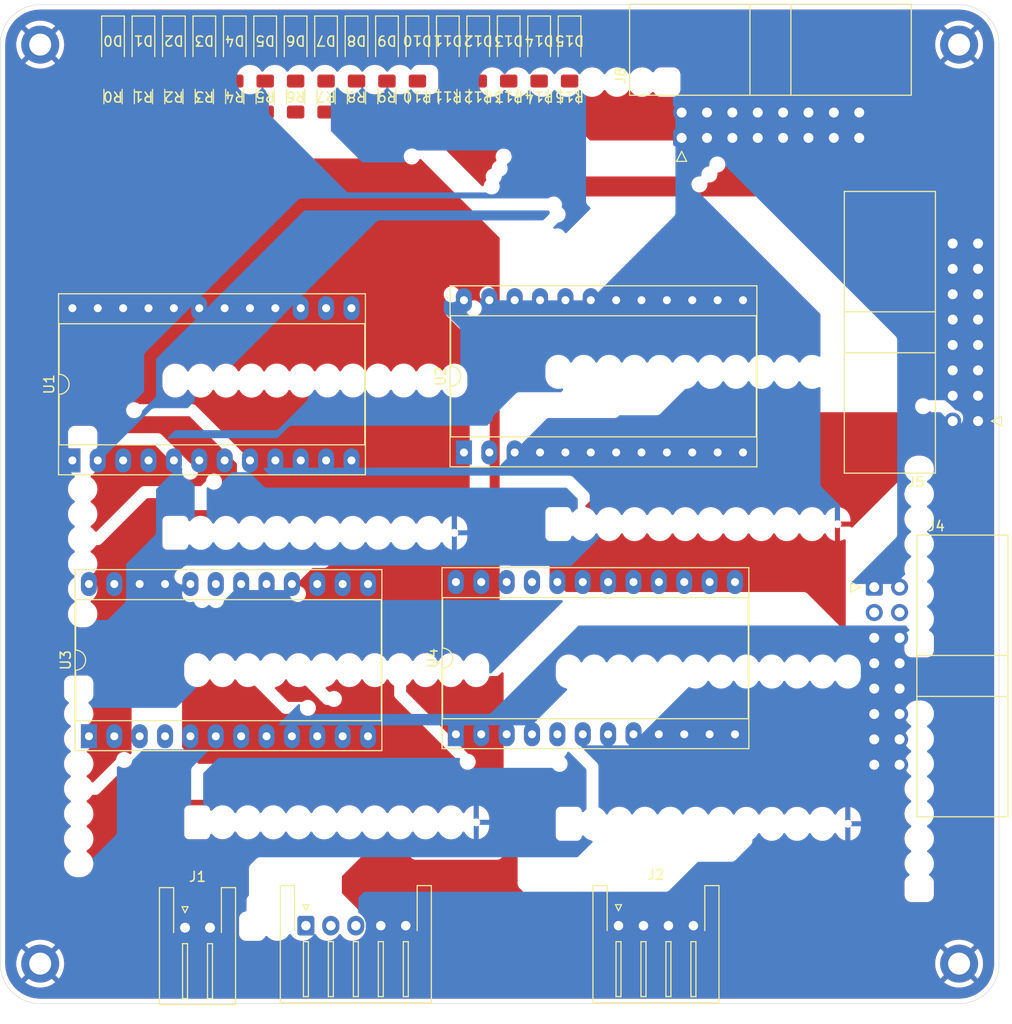
<source format=kicad_pcb>
(kicad_pcb (version 20240108) (generator "pcbnew") (generator_version "8.0")
  (layers (0 "F.Cu" signal) (31 "B.Cu" signal) (34 "B.Paste" user) (35 "F.Paste" user) (36 "B.SilkS" user "B.Silkscreen") (37 "F.SilkS" user "F.Silkscreen") (38 "B.Mask" user) (39 "F.Mask" user) (44 "Edge.Cuts" user))
  (net 0 "")
  (net 3 "Net-(D0-A)")
  (net 14 "Net-(D1-A)")
  (net 15 "GND")
  (net 16 "A_2")
  (net 17 "A_4")
  (net 18 "A_3")
  (net 19 "A_1")
  (net 20 "A_6")
  (net 21 "A_5")
  (net 22 "A_7")
  (net 23 "A_0")
  (net 24 "A_9")
  (net 25 "A_14")
  (net 26 "A_15")
  (net 27 "A_10")
  (net 28 "A_13")
  (net 29 "A_11")
  (net 30 "A_8")
  (net 31 "A_12")
  (net 32 "B_7")
  (net 33 "B_1")
  (net 34 "B_4")
  (net 35 "B_6")
  (net 36 "B_0")
  (net 37 "B_3")
  (net 38 "B_5")
  (net 39 "B_2")
  (net 40 "B_14")
  (net 41 "B_9")
  (net 42 "B_13")
  (net 43 "B_8")
  (net 44 "B_12")
  (net 45 "B_10")
  (net 46 "B_15")
  (net 47 "B_11")
  (net 48 "S_2")
  (net 49 "S_0")
  (net 50 "S_3")
  (net 51 "S_1")
  (net 52 "F_3")
  (net 53 "F_1")
  (net 54 "F_6")
  (net 55 "F_2")
  (net 56 "F_7")
  (net 57 "F_4")
  (net 58 "F_0")
  (net 59 "F_5")
  (net 60 "F_14")
  (net 61 "F_15")
  (net 62 "F_9")
  (net 63 "F_12")
  (net 64 "F_10")
  (net 65 "F_8")
  (net 66 "F_13")
  (net 67 "F_11")
  (net 72 "M_IN")
  (net 73 "Net-(U1-Cn+4)")
  (net 74 "C_1")
  (net 75 "Net-(U3-Cn+4)")
  (net 76 "VCC")
  (net 77 "Net-(D2-A)")
  (net 78 "Net-(D3-A)")
  (net 79 "Net-(D4-A)")
  (net 80 "Net-(D5-A)")
  (net 81 "Net-(D6-A)")
  (net 82 "Net-(D7-A)")
  (net 83 "Net-(D8-A)")
  (net 84 "Net-(D9-A)")
  (net 85 "Net-(D10-A)")
  (net 86 "Net-(D11-A)")
  (net 87 "Net-(D12-A)")
  (net 88 "Net-(D13-A)")
  (net 89 "Net-(D14-A)")
  (net 90 "Net-(D15-A)")
  (net 91 "~{C_{in}}")
  (net 92 "~{C_{out}}")
  (footprint "Resistor_SMD:R_1206_3216Metric_Pad1.30x1.75mm_HandSolder" (layer "F.Cu") (at 147.384666 59.2 90)
    (property "Reference" "R2" (at 0 0 180) (layer "F.SilkS"))
    (property "Value" "R_US")
    (pad "1" smd roundrect (at -1.55 0 90) (size 1.3 1.75) (layers "F.Cu" "F.Paste" "F.Mask") (roundrect_rratio 0.192308) (net 55 "F_2"))
    (pad "2" smd roundrect (at 1.55 0 90) (size 1.3 1.75) (layers "F.Cu" "F.Paste" "F.Mask") (roundrect_rratio 0.192308) (net 77 "Net-(D2-A)"))
  )
  (footprint "LED_SMD:LED_1206_3216Metric_Pad1.42x1.75mm_HandSolder" (layer "F.Cu") (at 141.29 53.6 -90)
    (property "Reference" "D0" (at 0 0 180) (layer "F.SilkS"))
    (property "Value" "LED")
    (pad "1" smd roundrect (at -1.4875 0 270) (size 1.425 1.75) (layers "F.Cu" "F.Paste" "F.Mask") (roundrect_rratio 0.175439) (net 15 "GND"))
    (pad "2" smd roundrect (at 1.4875 0 270) (size 1.425 1.75) (layers "F.Cu" "F.Paste" "F.Mask") (roundrect_rratio 0.175439) (net 3 "Net-(D0-A)"))
  )
  (footprint "Connector_JST:JST_XH_S2B-XH-A-1_1x02_P2.50mm_Horizontal" (layer "F.Cu") (at 148.5 142.4)
    (property "Reference" "J1" (at 1.25 -5.1 0) (layer "F.SilkS"))
    (property "Value" "Conn_01x02_Socket")
    (pad "1" thru_hole roundrect (at 0 0) (size 1.7 2) (drill 1) (layers "*.Cu" "*.Mask") (roundrect_rratio 0.147059) (net 76 "VCC"))
    (pad "2" thru_hole oval (at 2.5 0) (size 1.7 2) (drill 1) (layers "*.Cu" "*.Mask") (net 15 "GND"))
  )
  (footprint "LED_SMD:LED_1206_3216Metric_Pad1.42x1.75mm_HandSolder" (layer "F.Cu") (at 171.76333 53.6 -90)
    (property "Reference" "D10" (at 0 0 180) (layer "F.SilkS"))
    (property "Value" "LED")
    (pad "1" smd roundrect (at -1.4875 0 270) (size 1.425 1.75) (layers "F.Cu" "F.Paste" "F.Mask") (roundrect_rratio 0.175439) (net 15 "GND"))
    (pad "2" smd roundrect (at 1.4875 0 270) (size 1.425 1.75) (layers "F.Cu" "F.Paste" "F.Mask") (roundrect_rratio 0.175439) (net 85 "Net-(D10-A)"))
  )
  (footprint "Connector_JST:JST_XH_S5B-XH-A-1_1x05_P2.50mm_Horizontal" (layer "F.Cu") (at 160.6 142.2)
    (property "Reference" "J3" (hide yes))
    (property "Value" "Conn_01x05_Socket")
    (pad "1" thru_hole roundrect (at 0 0) (size 1.7 1.95) (drill 0.95) (layers "*.Cu" "*.Mask") (roundrect_rratio 0.147059) (net 50 "S_3"))
    (pad "2" thru_hole oval (at 2.5 0) (size 1.7 1.95) (drill 0.95) (layers "*.Cu" "*.Mask") (net 48 "S_2"))
    (pad "3" thru_hole oval (at 5 0) (size 1.7 1.95) (drill 0.95) (layers "*.Cu" "*.Mask") (net 51 "S_1"))
    (pad "4" thru_hole oval (at 7.5 0) (size 1.7 1.95) (drill 0.95) (layers "*.Cu" "*.Mask") (net 49 "S_0"))
    (pad "5" thru_hole oval (at 10 0) (size 1.7 1.95) (drill 0.95) (layers "*.Cu" "*.Mask") (net 72 "M_IN"))
  )
  (footprint "LED_SMD:LED_1206_3216Metric_Pad1.42x1.75mm_HandSolder" (layer "F.Cu") (at 183.952662 53.6 -90)
    (property "Reference" "D14" (at 0 0 180) (layer "F.SilkS"))
    (property "Value" "LED")
    (pad "1" smd roundrect (at -1.4875 0 270) (size 1.425 1.75) (layers "F.Cu" "F.Paste" "F.Mask") (roundrect_rratio 0.175439) (net 15 "GND"))
    (pad "2" smd roundrect (at 1.4875 0 270) (size 1.425 1.75) (layers "F.Cu" "F.Paste" "F.Mask") (roundrect_rratio 0.175439) (net 89 "Net-(D14-A)"))
  )
  (footprint "Resistor_SMD:R_1206_3216Metric_Pad1.30x1.75mm_HandSolder" (layer "F.Cu") (at 168.715997 59.2 90)
    (property "Reference" "R9" (at 0 0 180) (layer "F.SilkS"))
    (property "Value" "R_US")
    (pad "1" smd roundrect (at -1.55 0 90) (size 1.3 1.75) (layers "F.Cu" "F.Paste" "F.Mask") (roundrect_rratio 0.192308) (net 62 "F_9"))
    (pad "2" smd roundrect (at 1.55 0 90) (size 1.3 1.75) (layers "F.Cu" "F.Paste" "F.Mask") (roundrect_rratio 0.192308) (net 84 "Net-(D9-A)"))
  )
  (footprint "LED_SMD:LED_1206_3216Metric_Pad1.42x1.75mm_HandSolder" (layer "F.Cu") (at 162.621331 53.6 -90)
    (property "Reference" "D7" (at 0 0 180) (layer "F.SilkS"))
    (property "Value" "LED")
    (pad "1" smd roundrect (at -1.4875 0 270) (size 1.425 1.75) (layers "F.Cu" "F.Paste" "F.Mask") (roundrect_rratio 0.175439) (net 15 "GND"))
    (pad "2" smd roundrect (at 1.4875 0 270) (size 1.425 1.75) (layers "F.Cu" "F.Paste" "F.Mask") (roundrect_rratio 0.175439) (net 82 "Net-(D7-A)"))
  )
  (footprint "Package_DIP:DIP-24_W15.24mm_Socket_LongPads" (layer "F.Cu") (at 176.425 94.825 90)
    (property "Reference" "U2" (at 7.62 -2.33 90) (layer "F.SilkS"))
    (property "Value" "74LS181")
    (pad "1" thru_hole rect (at 0 0 90) (size 2.4 1.6) (drill 0.8) (layers "*.Cu" "*.Mask") (net 34 "B_4"))
    (pad "2" thru_hole oval (at 0 2.54 90) (size 2.4 1.6) (drill 0.8) (layers "*.Cu" "*.Mask") (net 17 "A_4"))
    (pad "3" thru_hole oval (at 0 5.08 90) (size 2.4 1.6) (drill 0.8) (layers "*.Cu" "*.Mask") (net 50 "S_3"))
    (pad "4" thru_hole oval (at 0 7.62 90) (size 2.4 1.6) (drill 0.8) (layers "*.Cu" "*.Mask") (net 48 "S_2"))
    (pad "5" thru_hole oval (at 0 10.16 90) (size 2.4 1.6) (drill 0.8) (layers "*.Cu" "*.Mask") (net 51 "S_1"))
    (pad "6" thru_hole oval (at 0 12.7 90) (size 2.4 1.6) (drill 0.8) (layers "*.Cu" "*.Mask") (net 49 "S_0"))
    (pad "7" thru_hole oval (at 0 15.24 90) (size 2.4 1.6) (drill 0.8) (layers "*.Cu" "*.Mask") (net 73 "Net-(U1-Cn+4)"))
    (pad "8" thru_hole oval (at 0 17.78 90) (size 2.4 1.6) (drill 0.8) (layers "*.Cu" "*.Mask") (net 72 "M_IN"))
    (pad "9" thru_hole oval (at 0 20.32 90) (size 2.4 1.6) (drill 0.8) (layers "*.Cu" "*.Mask") (net 57 "F_4"))
    (pad "10" thru_hole oval (at 0 22.86 90) (size 2.4 1.6) (drill 0.8) (layers "*.Cu" "*.Mask") (net 59 "F_5"))
    (pad "11" thru_hole oval (at 0 25.4 90) (size 2.4 1.6) (drill 0.8) (layers "*.Cu" "*.Mask") (net 54 "F_6"))
    (pad "12" thru_hole oval (at 0 27.94 90) (size 2.4 1.6) (drill 0.8) (layers "*.Cu" "*.Mask") (net 15 "GND"))
    (pad "13" thru_hole oval (at 15.24 27.94 90) (size 2.4 1.6) (drill 0.8) (layers "*.Cu" "*.Mask") (net 56 "F_7"))
    (pad "14" thru_hole oval (at 15.24 25.4 90) (size 2.4 1.6) (drill 0.8) (layers "*.Cu" "*.Mask"))
    (pad "15" thru_hole oval (at 15.24 22.86 90) (size 2.4 1.6) (drill 0.8) (layers "*.Cu" "*.Mask"))
    (pad "16" thru_hole oval (at 15.24 20.32 90) (size 2.4 1.6) (drill 0.8) (layers "*.Cu" "*.Mask") (net 74 "C_1"))
    (pad "17" thru_hole oval (at 15.24 17.78 90) (size 2.4 1.6) (drill 0.8) (layers "*.Cu" "*.Mask"))
    (pad "18" thru_hole oval (at 15.24 15.24 90) (size 2.4 1.6) (drill 0.8) (layers "*.Cu" "*.Mask") (net 32 "B_7"))
    (pad "19" thru_hole oval (at 15.24 12.7 90) (size 2.4 1.6) (drill 0.8) (layers "*.Cu" "*.Mask") (net 22 "A_7"))
    (pad "20" thru_hole oval (at 15.24 10.16 90) (size 2.4 1.6) (drill 0.8) (layers "*.Cu" "*.Mask") (net 35 "B_6"))
    (pad "21" thru_hole oval (at 15.24 7.62 90) (size 2.4 1.6) (drill 0.8) (layers "*.Cu" "*.Mask") (net 20 "A_6"))
    (pad "22" thru_hole oval (at 15.24 5.08 90) (size 2.4 1.6) (drill 0.8) (layers "*.Cu" "*.Mask") (net 38 "B_5"))
    (pad "23" thru_hole oval (at 15.24 2.54 90) (size 2.4 1.6) (drill 0.8) (layers "*.Cu" "*.Mask") (net 21 "A_5"))
    (pad "24" thru_hole oval (at 15.24 0 90) (size 2.4 1.6) (drill 0.8) (layers "*.Cu" "*.Mask") (net 76 "VCC"))
  )
  (footprint "Resistor_SMD:R_1206_3216Metric_Pad1.30x1.75mm_HandSolder" (layer "F.Cu") (at 162.621331 59.2 90)
    (property "Reference" "R7" (at 0 0 180) (layer "F.SilkS"))
    (property "Value" "R_US")
    (pad "1" smd roundrect (at -1.55 0 90) (size 1.3 1.75) (layers "F.Cu" "F.Paste" "F.Mask") (roundrect_rratio 0.192308) (net 56 "F_7"))
    (pad "2" smd roundrect (at 1.55 0 90) (size 1.3 1.75) (layers "F.Cu" "F.Paste" "F.Mask") (roundrect_rratio 0.192308) (net 82 "Net-(D7-A)"))
  )
  (footprint "Resistor_SMD:R_1206_3216Metric_Pad1.30x1.75mm_HandSolder" (layer "F.Cu") (at 150.431999 59.2 90)
    (property "Reference" "R3" (at 0 0 180) (layer "F.SilkS"))
    (property "Value" "R_US")
    (pad "1" smd roundrect (at -1.55 0 90) (size 1.3 1.75) (layers "F.Cu" "F.Paste" "F.Mask") (roundrect_rratio 0.192308) (net 52 "F_3"))
    (pad "2" smd roundrect (at 1.55 0 90) (size 1.3 1.75) (layers "F.Cu" "F.Paste" "F.Mask") (roundrect_rratio 0.192308) (net 78 "Net-(D3-A)"))
  )
  (footprint "LED_SMD:LED_1206_3216Metric_Pad1.42x1.75mm_HandSolder" (layer "F.Cu") (at 153.479332 53.6 -90)
    (property "Reference" "D4" (at 0 0 180) (layer "F.SilkS"))
    (property "Value" "LED")
    (pad "1" smd roundrect (at -1.4875 0 270) (size 1.425 1.75) (layers "F.Cu" "F.Paste" "F.Mask") (roundrect_rratio 0.175439) (net 15 "GND"))
    (pad "2" smd roundrect (at 1.4875 0 270) (size 1.425 1.75) (layers "F.Cu" "F.Paste" "F.Mask") (roundrect_rratio 0.175439) (net 79 "Net-(D4-A)"))
  )
  (footprint "Resistor_SMD:R_1206_3216Metric_Pad1.30x1.75mm_HandSolder" (layer "F.Cu") (at 183.952662 59.2 90)
    (property "Reference" "R14" (at 0 0 180) (layer "F.SilkS"))
    (property "Value" "R_US")
    (pad "1" smd roundrect (at -1.55 0 90) (size 1.3 1.75) (layers "F.Cu" "F.Paste" "F.Mask") (roundrect_rratio 0.192308) (net 60 "F_14"))
    (pad "2" smd roundrect (at 1.55 0 90) (size 1.3 1.75) (layers "F.Cu" "F.Paste" "F.Mask") (roundrect_rratio 0.192308) (net 89 "Net-(D14-A)"))
  )
  (footprint "LED_SMD:LED_1206_3216Metric_Pad1.42x1.75mm_HandSolder" (layer "F.Cu") (at 144.337333 53.6 -90)
    (property "Reference" "D1" (at 0 0 180) (layer "F.SilkS"))
    (property "Value" "LED")
    (pad "1" smd roundrect (at -1.4875 0 270) (size 1.425 1.75) (layers "F.Cu" "F.Paste" "F.Mask") (roundrect_rratio 0.175439) (net 15 "GND"))
    (pad "2" smd roundrect (at 1.4875 0 270) (size 1.425 1.75) (layers "F.Cu" "F.Paste" "F.Mask") (roundrect_rratio 0.175439) (net 14 "Net-(D1-A)"))
  )
  (footprint "LED_SMD:LED_1206_3216Metric_Pad1.42x1.75mm_HandSolder" (layer "F.Cu") (at 156.526665 53.6 -90)
    (property "Reference" "D5" (at 0 0 180) (layer "F.SilkS"))
    (property "Value" "LED")
    (pad "1" smd roundrect (at -1.4875 0 270) (size 1.425 1.75) (layers "F.Cu" "F.Paste" "F.Mask") (roundrect_rratio 0.175439) (net 15 "GND"))
    (pad "2" smd roundrect (at 1.4875 0 270) (size 1.425 1.75) (layers "F.Cu" "F.Paste" "F.Mask") (roundrect_rratio 0.175439) (net 80 "Net-(D5-A)"))
  )
  (footprint "LED_SMD:LED_1206_3216Metric_Pad1.42x1.75mm_HandSolder" (layer "F.Cu") (at 168.715997 53.6 -90)
    (property "Reference" "D9" (at 0 0 180) (layer "F.SilkS"))
    (property "Value" "LED")
    (pad "1" smd roundrect (at -1.4875 0 270) (size 1.425 1.75) (layers "F.Cu" "F.Paste" "F.Mask") (roundrect_rratio 0.175439) (net 15 "GND"))
    (pad "2" smd roundrect (at 1.4875 0 270) (size 1.425 1.75) (layers "F.Cu" "F.Paste" "F.Mask") (roundrect_rratio 0.175439) (net 84 "Net-(D9-A)"))
  )
  (footprint "LED_SMD:LED_1206_3216Metric_Pad1.42x1.75mm_HandSolder" (layer "F.Cu") (at 159.573998 53.6 -90)
    (property "Reference" "D6" (at 0 0 180) (layer "F.SilkS"))
    (property "Value" "LED")
    (pad "1" smd roundrect (at -1.4875 0 270) (size 1.425 1.75) (layers "F.Cu" "F.Paste" "F.Mask") (roundrect_rratio 0.175439) (net 15 "GND"))
    (pad "2" smd roundrect (at 1.4875 0 270) (size 1.425 1.75) (layers "F.Cu" "F.Paste" "F.Mask") (roundrect_rratio 0.175439) (net 81 "Net-(D6-A)"))
  )
  (footprint "Connector_IDC:IDC-Header_2x08_P2.54mm_Horizontal" (layer "F.Cu") (at 227.8975 91.69 180)
    (property "Reference" "J5" (at 6.215 -6.1 0) (layer "F.SilkS"))
    (property "Value" "Conn_01x16_Socket")
    (pad "1" thru_hole roundrect (at 0 0 180) (size 1.7 1.7) (drill 1) (layers "*.Cu" "*.Mask") (roundrect_rratio 0.147059) (net 36 "B_0"))
    (pad "2" thru_hole circle (at 2.54 0 180) (size 1.7 1.7) (drill 1) (layers "*.Cu" "*.Mask") (net 33 "B_1"))
    (pad "3" thru_hole circle (at 0 2.54 180) (size 1.7 1.7) (drill 1) (layers "*.Cu" "*.Mask") (net 39 "B_2"))
    (pad "4" thru_hole circle (at 2.54 2.54 180) (size 1.7 1.7) (drill 1) (layers "*.Cu" "*.Mask") (net 37 "B_3"))
    (pad "5" thru_hole circle (at 0 5.08 180) (size 1.7 1.7) (drill 1) (layers "*.Cu" "*.Mask") (net 34 "B_4"))
    (pad "6" thru_hole circle (at 2.54 5.08 180) (size 1.7 1.7) (drill 1) (layers "*.Cu" "*.Mask") (net 38 "B_5"))
    (pad "7" thru_hole circle (at 0 7.62 180) (size 1.7 1.7) (drill 1) (layers "*.Cu" "*.Mask") (net 35 "B_6"))
    (pad "8" thru_hole circle (at 2.54 7.62 180) (size 1.7 1.7) (drill 1) (layers "*.Cu" "*.Mask") (net 32 "B_7"))
    (pad "9" thru_hole circle (at 0 10.16 180) (size 1.7 1.7) (drill 1) (layers "*.Cu" "*.Mask") (net 43 "B_8"))
    (pad "10" thru_hole circle (at 2.54 10.16 180) (size 1.7 1.7) (drill 1) (layers "*.Cu" "*.Mask") (net 41 "B_9"))
    (pad "11" thru_hole circle (at 0 12.7 180) (size 1.7 1.7) (drill 1) (layers "*.Cu" "*.Mask") (net 45 "B_10"))
    (pad "12" thru_hole circle (at 2.54 12.7 180) (size 1.7 1.7) (drill 1) (layers "*.Cu" "*.Mask") (net 47 "B_11"))
    (pad "13" thru_hole circle (at 0 15.24 180) (size 1.7 1.7) (drill 1) (layers "*.Cu" "*.Mask") (net 44 "B_12"))
    (pad "14" thru_hole circle (at 2.54 15.24 180) (size 1.7 1.7) (drill 1) (layers "*.Cu" "*.Mask") (net 42 "B_13"))
    (pad "15" thru_hole circle (at 0 17.78 180) (size 1.7 1.7) (drill 1) (layers "*.Cu" "*.Mask") (net 40 "B_14"))
    (pad "16" thru_hole circle (at 2.54 17.78 180) (size 1.7 1.7) (drill 1) (layers "*.Cu" "*.Mask") (net 46 "B_15"))
  )
  (footprint "Resistor_SMD:R_1206_3216Metric_Pad1.30x1.75mm_HandSolder" (layer "F.Cu") (at 177.857996 59.2 90)
    (property "Reference" "R12" (at 0 0 180) (layer "F.SilkS"))
    (property "Value" "R_US")
    (pad "1" smd roundrect (at -1.55 0 90) (size 1.3 1.75) (layers "F.Cu" "F.Paste" "F.Mask") (roundrect_rratio 0.192308) (net 63 "F_12"))
    (pad "2" smd roundrect (at 1.55 0 90) (size 1.3 1.75) (layers "F.Cu" "F.Paste" "F.Mask") (roundrect_rratio 0.192308) (net 87 "Net-(D12-A)"))
  )
  (footprint "MountingHole:MountingHole_2.2mm_M2_DIN965_Pad" (layer "F.Cu") (at 134 54)
    (property "Reference" "H1" (hide yes))
    (property "Value" "MountingHole_Pad" (hide yes))
    (pad "1" thru_hole circle (at 0 0) (size 3.8 3.8) (drill 2.2) (layers "*.Cu" "*.Mask") (net 15 "GND"))
  )
  (footprint "Package_DIP:DIP-24_W15.24mm_Socket_LongPads" (layer "F.Cu") (at 137.225 95.625 90)
    (property "Reference" "U1" (at 7.62 -2.33 90) (layer "F.SilkS"))
    (property "Value" "74LS181")
    (pad "1" thru_hole rect (at 0 0 90) (size 2.4 1.6) (drill 0.8) (layers "*.Cu" "*.Mask") (net 36 "B_0"))
    (pad "2" thru_hole oval (at 0 2.54 90) (size 2.4 1.6) (drill 0.8) (layers "*.Cu" "*.Mask") (net 23 "A_0"))
    (pad "3" thru_hole oval (at 0 5.08 90) (size 2.4 1.6) (drill 0.8) (layers "*.Cu" "*.Mask") (net 50 "S_3"))
    (pad "4" thru_hole oval (at 0 7.62 90) (size 2.4 1.6) (drill 0.8) (layers "*.Cu" "*.Mask") (net 48 "S_2"))
    (pad "5" thru_hole oval (at 0 10.16 90) (size 2.4 1.6) (drill 0.8) (layers "*.Cu" "*.Mask") (net 51 "S_1"))
    (pad "6" thru_hole oval (at 0 12.7 90) (size 2.4 1.6) (drill 0.8) (layers "*.Cu" "*.Mask") (net 49 "S_0"))
    (pad "7" thru_hole oval (at 0 15.24 90) (size 2.4 1.6) (drill 0.8) (layers "*.Cu" "*.Mask") (net 91 "~{C_{in}}"))
    (pad "8" thru_hole oval (at 0 17.78 90) (size 2.4 1.6) (drill 0.8) (layers "*.Cu" "*.Mask") (net 72 "M_IN"))
    (pad "9" thru_hole oval (at 0 20.32 90) (size 2.4 1.6) (drill 0.8) (layers "*.Cu" "*.Mask") (net 58 "F_0"))
    (pad "10" thru_hole oval (at 0 22.86 90) (size 2.4 1.6) (drill 0.8) (layers "*.Cu" "*.Mask") (net 53 "F_1"))
    (pad "11" thru_hole oval (at 0 25.4 90) (size 2.4 1.6) (drill 0.8) (layers "*.Cu" "*.Mask") (net 55 "F_2"))
    (pad "12" thru_hole oval (at 0 27.94 90) (size 2.4 1.6) (drill 0.8) (layers "*.Cu" "*.Mask") (net 15 "GND"))
    (pad "13" thru_hole oval (at 15.24 27.94 90) (size 2.4 1.6) (drill 0.8) (layers "*.Cu" "*.Mask") (net 52 "F_3"))
    (pad "14" thru_hole oval (at 15.24 25.4 90) (size 2.4 1.6) (drill 0.8) (layers "*.Cu" "*.Mask"))
    (pad "15" thru_hole oval (at 15.24 22.86 90) (size 2.4 1.6) (drill 0.8) (layers "*.Cu" "*.Mask"))
    (pad "16" thru_hole oval (at 15.24 20.32 90) (size 2.4 1.6) (drill 0.8) (layers "*.Cu" "*.Mask") (net 73 "Net-(U1-Cn+4)"))
    (pad "17" thru_hole oval (at 15.24 17.78 90) (size 2.4 1.6) (drill 0.8) (layers "*.Cu" "*.Mask"))
    (pad "18" thru_hole oval (at 15.24 15.24 90) (size 2.4 1.6) (drill 0.8) (layers "*.Cu" "*.Mask") (net 37 "B_3"))
    (pad "19" thru_hole oval (at 15.24 12.7 90) (size 2.4 1.6) (drill 0.8) (layers "*.Cu" "*.Mask") (net 18 "A_3"))
    (pad "20" thru_hole oval (at 15.24 10.16 90) (size 2.4 1.6) (drill 0.8) (layers "*.Cu" "*.Mask") (net 39 "B_2"))
    (pad "21" thru_hole oval (at 15.24 7.62 90) (size 2.4 1.6) (drill 0.8) (layers "*.Cu" "*.Mask") (net 16 "A_2"))
    (pad "22" thru_hole oval (at 15.24 5.08 90) (size 2.4 1.6) (drill 0.8) (layers "*.Cu" "*.Mask") (net 33 "B_1"))
    (pad "23" thru_hole oval (at 15.24 2.54 90) (size 2.4 1.6) (drill 0.8) (layers "*.Cu" "*.Mask") (net 19 "A_1"))
    (pad "24" thru_hole oval (at 15.24 0 90) (size 2.4 1.6) (drill 0.8) (layers "*.Cu" "*.Mask") (net 76 "VCC"))
  )
  (footprint "Resistor_SMD:R_1206_3216Metric_Pad1.30x1.75mm_HandSolder" (layer "F.Cu") (at 141.29 59.2 90)
    (property "Reference" "R0" (at 0 0 180) (layer "F.SilkS"))
    (property "Value" "R_US")
    (pad "1" smd roundrect (at -1.55 0 90) (size 1.3 1.75) (layers "F.Cu" "F.Paste" "F.Mask") (roundrect_rratio 0.192308) (net 58 "F_0"))
    (pad "2" smd roundrect (at 1.55 0 90) (size 1.3 1.75) (layers "F.Cu" "F.Paste" "F.Mask") (roundrect_rratio 0.192308) (net 3 "Net-(D0-A)"))
  )
  (footprint "Resistor_SMD:R_1206_3216Metric_Pad1.30x1.75mm_HandSolder" (layer "F.Cu") (at 171.76333 59.2 90)
    (property "Reference" "R10" (at 0 0 180) (layer "F.SilkS"))
    (property "Value" "R_US")
    (pad "1" smd roundrect (at -1.55 0 90) (size 1.3 1.75) (layers "F.Cu" "F.Paste" "F.Mask") (roundrect_rratio 0.192308) (net 64 "F_10"))
    (pad "2" smd roundrect (at 1.55 0 90) (size 1.3 1.75) (layers "F.Cu" "F.Paste" "F.Mask") (roundrect_rratio 0.192308) (net 85 "Net-(D10-A)"))
  )
  (footprint "Connector_JST:JST_XH_S4B-XH-A-1_1x04_P2.50mm_Horizontal" (layer "F.Cu") (at 191.9 142.2)
    (property "Reference" "J2" (at 3.75 -5.1 0) (layer "F.SilkS"))
    (property "Value" "Conn_01x04_Socket")
    (pad "1" thru_hole roundrect (at 0 0) (size 1.7 1.95) (drill 0.95) (layers "*.Cu" "*.Mask") (roundrect_rratio 0.147059))
    (pad "2" thru_hole oval (at 2.5 0) (size 1.7 1.95) (drill 0.95) (layers "*.Cu" "*.Mask"))
    (pad "3" thru_hole oval (at 5 0) (size 1.7 1.95) (drill 0.95) (layers "*.Cu" "*.Mask"))
    (pad "4" thru_hole oval (at 7.5 0) (size 1.7 1.95) (drill 0.95) (layers "*.Cu" "*.Mask"))
  )
  (footprint "Resistor_SMD:R_1206_3216Metric_Pad1.30x1.75mm_HandSolder" (layer "F.Cu") (at 156.526665 59.2 90)
    (property "Reference" "R5" (at 0 0 180) (layer "F.SilkS"))
    (property "Value" "R_US")
    (pad "1" smd roundrect (at -1.55 0 90) (size 1.3 1.75) (layers "F.Cu" "F.Paste" "F.Mask") (roundrect_rratio 0.192308) (net 59 "F_5"))
    (pad "2" smd roundrect (at 1.55 0 90) (size 1.3 1.75) (layers "F.Cu" "F.Paste" "F.Mask") (roundrect_rratio 0.192308) (net 80 "Net-(D5-A)"))
  )
  (footprint "Connector_IDC:IDC-Header_2x08_P2.54mm_Horizontal" (layer "F.Cu") (at 198.22 63.34 90)
    (property "Reference" "J8" (at 6.215 -6.1 90) (layer "F.SilkS"))
    (property "Value" "Conn_01x16_Socket")
    (pad "1" thru_hole roundrect (at 0 0 90) (size 1.7 1.7) (drill 1) (layers "*.Cu" "*.Mask") (roundrect_rratio 0.147059) (net 58 "F_0"))
    (pad "2" thru_hole circle (at 2.54 0 90) (size 1.7 1.7) (drill 1) (layers "*.Cu" "*.Mask") (net 53 "F_1"))
    (pad "3" thru_hole circle (at 0 2.54 90) (size 1.7 1.7) (drill 1) (layers "*.Cu" "*.Mask") (net 55 "F_2"))
    (pad "4" thru_hole circle (at 2.54 2.54 90) (size 1.7 1.7) (drill 1) (layers "*.Cu" "*.Mask") (net 52 "F_3"))
    (pad "5" thru_hole circle (at 0 5.08 90) (size 1.7 1.7) (drill 1) (layers "*.Cu" "*.Mask") (net 57 "F_4"))
    (pad "6" thru_hole circle (at 2.54 5.08 90) (size 1.7 1.7) (drill 1) (layers "*.Cu" "*.Mask") (net 59 "F_5"))
    (pad "7" thru_hole circle (at 0 7.62 90) (size 1.7 1.7) (drill 1) (layers "*.Cu" "*.Mask") (net 54 "F_6"))
    (pad "8" thru_hole circle (at 2.54 7.62 90) (size 1.7 1.7) (drill 1) (layers "*.Cu" "*.Mask") (net 56 "F_7"))
    (pad "9" thru_hole circle (at 0 10.16 90) (size 1.7 1.7) (drill 1) (layers "*.Cu" "*.Mask") (net 65 "F_8"))
    (pad "10" thru_hole circle (at 2.54 10.16 90) (size 1.7 1.7) (drill 1) (layers "*.Cu" "*.Mask") (net 62 "F_9"))
    (pad "11" thru_hole circle (at 0 12.7 90) (size 1.7 1.7) (drill 1) (layers "*.Cu" "*.Mask") (net 64 "F_10"))
    (pad "12" thru_hole circle (at 2.54 12.7 90) (size 1.7 1.7) (drill 1) (layers "*.Cu" "*.Mask") (net 67 "F_11"))
    (pad "13" thru_hole circle (at 0 15.24 90) (size 1.7 1.7) (drill 1) (layers "*.Cu" "*.Mask") (net 63 "F_12"))
    (pad "14" thru_hole circle (at 2.54 15.24 90) (size 1.7 1.7) (drill 1) (layers "*.Cu" "*.Mask") (net 66 "F_13"))
    (pad "15" thru_hole circle (at 0 17.78 90) (size 1.7 1.7) (drill 1) (layers "*.Cu" "*.Mask") (net 60 "F_14"))
    (pad "16" thru_hole circle (at 2.54 17.78 90) (size 1.7 1.7) (drill 1) (layers "*.Cu" "*.Mask") (net 61 "F_15"))
  )
  (footprint "Package_DIP:DIP-24_W15.24mm_Socket_LongPads" (layer "F.Cu") (at 138.88 123.24 90)
    (property "Reference" "U3" (at 7.62 -2.33 90) (layer "F.SilkS"))
    (property "Value" "74LS181")
    (pad "1" thru_hole rect (at 0 0 90) (size 2.4 1.6) (drill 0.8) (layers "*.Cu" "*.Mask") (net 43 "B_8"))
    (pad "2" thru_hole oval (at 0 2.54 90) (size 2.4 1.6) (drill 0.8) (layers "*.Cu" "*.Mask") (net 30 "A_8"))
    (pad "3" thru_hole oval (at 0 5.08 90) (size 2.4 1.6) (drill 0.8) (layers "*.Cu" "*.Mask") (net 50 "S_3"))
    (pad "4" thru_hole oval (at 0 7.62 90) (size 2.4 1.6) (drill 0.8) (layers "*.Cu" "*.Mask") (net 48 "S_2"))
    (pad "5" thru_hole oval (at 0 10.16 90) (size 2.4 1.6) (drill 0.8) (layers "*.Cu" "*.Mask") (net 51 "S_1"))
    (pad "6" thru_hole oval (at 0 12.7 90) (size 2.4 1.6) (drill 0.8) (layers "*.Cu" "*.Mask") (net 49 "S_0"))
    (pad "7" thru_hole oval (at 0 15.24 90) (size 2.4 1.6) (drill 0.8) (layers "*.Cu" "*.Mask") (net 74 "C_1"))
    (pad "8" thru_hole oval (at 0 17.78 90) (size 2.4 1.6) (drill 0.8) (layers "*.Cu" "*.Mask") (net 72 "M_IN"))
    (pad "9" thru_hole oval (at 0 20.32 90) (size 2.4 1.6) (drill 0.8) (layers "*.Cu" "*.Mask") (net 65 "F_8"))
    (pad "10" thru_hole oval (at 0 22.86 90) (size 2.4 1.6) (drill 0.8) (layers "*.Cu" "*.Mask") (net 62 "F_9"))
    (pad "11" thru_hole oval (at 0 25.4 90) (size 2.4 1.6) (drill 0.8) (layers "*.Cu" "*.Mask") (net 64 "F_10"))
    (pad "12" thru_hole oval (at 0 27.94 90) (size 2.4 1.6) (drill 0.8) (layers "*.Cu" "*.Mask") (net 15 "GND"))
    (pad "13" thru_hole oval (at 15.24 27.94 90) (size 2.4 1.6) (drill 0.8) (layers "*.Cu" "*.Mask") (net 67 "F_11"))
    (pad "14" thru_hole oval (at 15.24 25.4 90) (size 2.4 1.6) (drill 0.8) (layers "*.Cu" "*.Mask"))
    (pad "15" thru_hole oval (at 15.24 22.86 90) (size 2.4 1.6) (drill 0.8) (layers "*.Cu" "*.Mask"))
    (pad "16" thru_hole oval (at 15.24 20.32 90) (size 2.4 1.6) (drill 0.8) (layers "*.Cu" "*.Mask") (net 75 "Net-(U3-Cn+4)"))
    (pad "17" thru_hole oval (at 15.24 17.78 90) (size 2.4 1.6) (drill 0.8) (layers "*.Cu" "*.Mask"))
    (pad "18" thru_hole oval (at 15.24 15.24 90) (size 2.4 1.6) (drill 0.8) (layers "*.Cu" "*.Mask") (net 47 "B_11"))
    (pad "19" thru_hole oval (at 15.24 12.7 90) (size 2.4 1.6) (drill 0.8) (layers "*.Cu" "*.Mask") (net 29 "A_11"))
    (pad "20" thru_hole oval (at 15.24 10.16 90) (size 2.4 1.6) (drill 0.8) (layers "*.Cu" "*.Mask") (net 45 "B_10"))
    (pad "21" thru_hole oval (at 15.24 7.62 90) (size 2.4 1.6) (drill 0.8) (layers "*.Cu" "*.Mask") (net 27 "A_10"))
    (pad "22" thru_hole oval (at 15.24 5.08 90) (size 2.4 1.6) (drill 0.8) (layers "*.Cu" "*.Mask") (net 41 "B_9"))
    (pad "23" thru_hole oval (at 15.24 2.54 90) (size 2.4 1.6) (drill 0.8) (layers "*.Cu" "*.Mask") (net 24 "A_9"))
    (pad "24" thru_hole oval (at 15.24 0 90) (size 2.4 1.6) (drill 0.8) (layers "*.Cu" "*.Mask") (net 76 "VCC"))
  )
  (footprint "Resistor_SMD:R_1206_3216Metric_Pad1.30x1.75mm_HandSolder" (layer "F.Cu") (at 187 59.2 90)
    (property "Reference" "R15" (at 0 0 180) (layer "F.SilkS"))
    (property "Value" "R_US")
    (pad "1" smd roundrect (at -1.55 0 90) (size 1.3 1.75) (layers "F.Cu" "F.Paste" "F.Mask") (roundrect_rratio 0.192308) (net 61 "F_15"))
    (pad "2" smd roundrect (at 1.55 0 90) (size 1.3 1.75) (layers "F.Cu" "F.Paste" "F.Mask") (roundrect_rratio 0.192308) (net 90 "Net-(D15-A)"))
  )
  (footprint "Resistor_SMD:R_1206_3216Metric_Pad1.30x1.75mm_HandSolder" (layer "F.Cu") (at 180.905329 59.2 90)
    (property "Reference" "R13" (at 0 0 180) (layer "F.SilkS"))
    (property "Value" "R_US")
    (pad "1" smd roundrect (at -1.55 0 90) (size 1.3 1.75) (layers "F.Cu" "F.Paste" "F.Mask") (roundrect_rratio 0.192308) (net 66 "F_13"))
    (pad "2" smd roundrect (at 1.55 0 90) (size 1.3 1.75) (layers "F.Cu" "F.Paste" "F.Mask") (roundrect_rratio 0.192308) (net 88 "Net-(D13-A)"))
  )
  (footprint "MountingHole:MountingHole_2.2mm_M2_DIN965_Pad" (layer "F.Cu") (at 226 146)
    (property "Reference" "H4" (hide yes))
    (property "Value" "MountingHole_Pad" (hide yes))
    (pad "1" thru_hole circle (at 0 0) (size 3.8 3.8) (drill 2.2) (layers "*.Cu" "*.Mask") (net 15 "GND"))
  )
  (footprint "Resistor_SMD:R_1206_3216Metric_Pad1.30x1.75mm_HandSolder" (layer "F.Cu") (at 165.668664 59.2 90)
    (property "Reference" "R8" (at 0 0 180) (layer "F.SilkS"))
    (property "Value" "R_US")
    (pad "1" smd roundrect (at -1.55 0 90) (size 1.3 1.75) (layers "F.Cu" "F.Paste" "F.Mask") (roundrect_rratio 0.192308) (net 65 "F_8"))
    (pad "2" smd roundrect (at 1.55 0 90) (size 1.3 1.75) (layers "F.Cu" "F.Paste" "F.Mask") (roundrect_rratio 0.192308) (net 83 "Net-(D8-A)"))
  )
  (footprint "MountingHole:MountingHole_2.2mm_M2_DIN965_Pad" (layer "F.Cu") (at 134 146)
    (property "Reference" "H3" (hide yes))
    (property "Value" "MountingHole_Pad" (hide yes))
    (pad "1" thru_hole circle (at 0 0) (size 3.8 3.8) (drill 2.2) (layers "*.Cu" "*.Mask") (net 15 "GND"))
  )
  (footprint "MountingHole:MountingHole_2.2mm_M2_DIN965_Pad" (layer "F.Cu") (at 226 54)
    (property "Reference" "H2" (hide yes))
    (property "Value" "MountingHole_Pad" (hide yes))
    (pad "1" thru_hole circle (at 0 0) (size 3.8 3.8) (drill 2.2) (layers "*.Cu" "*.Mask") (net 15 "GND"))
  )
  (footprint "LED_SMD:LED_1206_3216Metric_Pad1.42x1.75mm_HandSolder" (layer "F.Cu") (at 165.668664 53.6 -90)
    (property "Reference" "D8" (at 0 0 180) (layer "F.SilkS"))
    (property "Value" "LED")
    (pad "1" smd roundrect (at -1.4875 0 270) (size 1.425 1.75) (layers "F.Cu" "F.Paste" "F.Mask") (roundrect_rratio 0.175439) (net 15 "GND"))
    (pad "2" smd roundrect (at 1.4875 0 270) (size 1.425 1.75) (layers "F.Cu" "F.Paste" "F.Mask") (roundrect_rratio 0.175439) (net 83 "Net-(D8-A)"))
  )
  (footprint "Resistor_SMD:R_1206_3216Metric_Pad1.30x1.75mm_HandSolder" (layer "F.Cu") (at 144.337333 59.2 90)
    (property "Reference" "R1" (at 0 0 180) (layer "F.SilkS"))
    (property "Value" "R_US")
    (pad "1" smd roundrect (at -1.55 0 90) (size 1.3 1.75) (layers "F.Cu" "F.Paste" "F.Mask") (roundrect_rratio 0.192308) (net 53 "F_1"))
    (pad "2" smd roundrect (at 1.55 0 90) (size 1.3 1.75) (layers "F.Cu" "F.Paste" "F.Mask") (roundrect_rratio 0.192308) (net 14 "Net-(D1-A)"))
  )
  (footprint "Resistor_SMD:R_1206_3216Metric_Pad1.30x1.75mm_HandSolder" (layer "F.Cu") (at 159.573998 59.2 90)
    (property "Reference" "R6" (at 0 0 180) (layer "F.SilkS"))
    (property "Value" "R_US")
    (pad "1" smd roundrect (at -1.55 0 90) (size 1.3 1.75) (layers "F.Cu" "F.Paste" "F.Mask") (roundrect_rratio 0.192308) (net 54 "F_6"))
    (pad "2" smd roundrect (at 1.55 0 90) (size 1.3 1.75) (layers "F.Cu" "F.Paste" "F.Mask") (roundrect_rratio 0.192308) (net 81 "Net-(D6-A)"))
  )
  (footprint "Resistor_SMD:R_1206_3216Metric_Pad1.30x1.75mm_HandSolder" (layer "F.Cu") (at 174.810663 59.2 90)
    (property "Reference" "R11" (at 0 0 180) (layer "F.SilkS"))
    (property "Value" "R_US")
    (pad "1" smd roundrect (at -1.55 0 90) (size 1.3 1.75) (layers "F.Cu" "F.Paste" "F.Mask") (roundrect_rratio 0.192308) (net 67 "F_11"))
    (pad "2" smd roundrect (at 1.55 0 90) (size 1.3 1.75) (layers "F.Cu" "F.Paste" "F.Mask") (roundrect_rratio 0.192308) (net 86 "Net-(D11-A)"))
  )
  (footprint "LED_SMD:LED_1206_3216Metric_Pad1.42x1.75mm_HandSolder" (layer "F.Cu") (at 187 53.6 -90)
    (property "Reference" "D15" (at 0 0 180) (layer "F.SilkS"))
    (property "Value" "LED")
    (pad "1" smd roundrect (at -1.4875 0 270) (size 1.425 1.75) (layers "F.Cu" "F.Paste" "F.Mask") (roundrect_rratio 0.175439) (net 15 "GND"))
    (pad "2" smd roundrect (at 1.4875 0 270) (size 1.425 1.75) (layers "F.Cu" "F.Paste" "F.Mask") (roundrect_rratio 0.175439) (net 90 "Net-(D15-A)"))
  )
  (footprint "Connector_IDC:IDC-Header_2x08_P2.54mm_Horizontal" (layer "F.Cu") (at 217.5025 108.31)
    (property "Reference" "J4" (at 6.215 -6.1 0) (layer "F.SilkS"))
    (property "Value" "Conn_01x16_Socket")
    (pad "1" thru_hole roundrect (at 0 0) (size 1.7 1.7) (drill 1) (layers "*.Cu" "*.Mask") (roundrect_rratio 0.147059) (net 23 "A_0"))
    (pad "2" thru_hole circle (at 2.54 0) (size 1.7 1.7) (drill 1) (layers "*.Cu" "*.Mask") (net 19 "A_1"))
    (pad "3" thru_hole circle (at 0 2.54) (size 1.7 1.7) (drill 1) (layers "*.Cu" "*.Mask") (net 16 "A_2"))
    (pad "4" thru_hole circle (at 2.54 2.54) (size 1.7 1.7) (drill 1) (layers "*.Cu" "*.Mask") (net 18 "A_3"))
    (pad "5" thru_hole circle (at 0 5.08) (size 1.7 1.7) (drill 1) (layers "*.Cu" "*.Mask") (net 17 "A_4"))
    (pad "6" thru_hole circle (at 2.54 5.08) (size 1.7 1.7) (drill 1) (layers "*.Cu" "*.Mask") (net 21 "A_5"))
    (pad "7" thru_hole circle (at 0 7.62) (size 1.7 1.7) (drill 1) (layers "*.Cu" "*.Mask") (net 20 "A_6"))
    (pad "8" thru_hole circle (at 2.54 7.62) (size 1.7 1.7) (drill 1) (layers "*.Cu" "*.Mask") (net 22 "A_7"))
    (pad "9" thru_hole circle (at 0 10.16) (size 1.7 1.7) (drill 1) (layers "*.Cu" "*.Mask") (net 30 "A_8"))
    (pad "10" thru_hole circle (at 2.54 10.16) (size 1.7 1.7) (drill 1) (layers "*.Cu" "*.Mask") (net 24 "A_9"))
    (pad "11" thru_hole circle (at 0 12.7) (size 1.7 1.7) (drill 1) (layers "*.Cu" "*.Mask") (net 27 "A_10"))
    (pad "12" thru_hole circle (at 2.54 12.7) (size 1.7 1.7) (drill 1) (layers "*.Cu" "*.Mask") (net 29 "A_11"))
    (pad "13" thru_hole circle (at 0 15.24) (size 1.7 1.7) (drill 1) (layers "*.Cu" "*.Mask") (net 31 "A_12"))
    (pad "14" thru_hole circle (at 2.54 15.24) (size 1.7 1.7) (drill 1) (layers "*.Cu" "*.Mask") (net 28 "A_13"))
    (pad "15" thru_hole circle (at 0 17.78) (size 1.7 1.7) (drill 1) (layers "*.Cu" "*.Mask") (net 25 "A_14"))
    (pad "16" thru_hole circle (at 2.54 17.78) (size 1.7 1.7) (drill 1) (layers "*.Cu" "*.Mask") (net 26 "A_15"))
  )
  (footprint "LED_SMD:LED_1206_3216Metric_Pad1.42x1.75mm_HandSolder" (layer "F.Cu") (at 150.431999 53.6 -90)
    (property "Reference" "D3" (at 0 0 180) (layer "F.SilkS"))
    (property "Value" "LED")
    (pad "1" smd roundrect (at -1.4875 0 270) (size 1.425 1.75) (layers "F.Cu" "F.Paste" "F.Mask") (roundrect_rratio 0.175439) (net 15 "GND"))
    (pad "2" smd roundrect (at 1.4875 0 270) (size 1.425 1.75) (layers "F.Cu" "F.Paste" "F.Mask") (roundrect_rratio 0.175439) (net 78 "Net-(D3-A)"))
  )
  (footprint "LED_SMD:LED_1206_3216Metric_Pad1.42x1.75mm_HandSolder" (layer "F.Cu") (at 174.810663 53.6 -90)
    (property "Reference" "D11" (at 0 0 180) (layer "F.SilkS"))
    (property "Value" "LED")
    (pad "1" smd roundrect (at -1.4875 0 270) (size 1.425 1.75) (layers "F.Cu" "F.Paste" "F.Mask") (roundrect_rratio 0.175439) (net 15 "GND"))
    (pad "2" smd roundrect (at 1.4875 0 270) (size 1.425 1.75) (layers "F.Cu" "F.Paste" "F.Mask") (roundrect_rratio 0.175439) (net 86 "Net-(D11-A)"))
  )
  (footprint "LED_SMD:LED_1206_3216Metric_Pad1.42x1.75mm_HandSolder" (layer "F.Cu") (at 147.384666 53.6 -90)
    (property "Reference" "D2" (at 0 0 180) (layer "F.SilkS"))
    (property "Value" "LED")
    (pad "1" smd roundrect (at -1.4875 0 270) (size 1.425 1.75) (layers "F.Cu" "F.Paste" "F.Mask") (roundrect_rratio 0.175439) (net 15 "GND"))
    (pad "2" smd roundrect (at 1.4875 0 270) (size 1.425 1.75) (layers "F.Cu" "F.Paste" "F.Mask") (roundrect_rratio 0.175439) (net 77 "Net-(D2-A)"))
  )
  (footprint "Package_DIP:DIP-24_W15.24mm_Socket_LongPads" (layer "F.Cu") (at 175.62 123.04 90)
    (property "Reference" "U4" (at 7.62 -2.33 90) (layer "F.SilkS"))
    (property "Value" "74LS181")
    (pad "1" thru_hole rect (at 0 0 90) (size 2.4 1.6) (drill 0.8) (layers "*.Cu" "*.Mask") (net 44 "B_12"))
    (pad "2" thru_hole oval (at 0 2.54 90) (size 2.4 1.6) (drill 0.8) (layers "*.Cu" "*.Mask") (net 31 "A_12"))
    (pad "3" thru_hole oval (at 0 5.08 90) (size 2.4 1.6) (drill 0.8) (layers "*.Cu" "*.Mask") (net 50 "S_3"))
    (pad "4" thru_hole oval (at 0 7.62 90) (size 2.4 1.6) (drill 0.8) (layers "*.Cu" "*.Mask") (net 48 "S_2"))
    (pad "5" thru_hole oval (at 0 10.16 90) (size 2.4 1.6) (drill 0.8) (layers "*.Cu" "*.Mask") (net 51 "S_1"))
    (pad "6" thru_hole oval (at 0 12.7 90) (size 2.4 1.6) (drill 0.8) (layers "*.Cu" "*.Mask") (net 49 "S_0"))
    (pad "7" thru_hole oval (at 0 15.24 90) (size 2.4 1.6) (drill 0.8) (layers "*.Cu" "*.Mask") (net 75 "Net-(U3-Cn+4)"))
    (pad "8" thru_hole oval (at 0 17.78 90) (size 2.4 1.6) (drill 0.8) (layers "*.Cu" "*.Mask") (net 72 "M_IN"))
    (pad "9" thru_hole oval (at 0 20.32 90) (size 2.4 1.6) (drill 0.8) (layers "*.Cu" "*.Mask") (net 63 "F_12"))
    (pad "10" thru_hole oval (at 0 22.86 90) (size 2.4 1.6) (drill 0.8) (layers "*.Cu" "*.Mask") (net 66 "F_13"))
    (pad "11" thru_hole oval (at 0 25.4 90) (size 2.4 1.6) (drill 0.8) (layers "*.Cu" "*.Mask") (net 60 "F_14"))
    (pad "12" thru_hole oval (at 0 27.94 90) (size 2.4 1.6) (drill 0.8) (layers "*.Cu" "*.Mask") (net 15 "GND"))
    (pad "13" thru_hole oval (at 15.24 27.94 90) (size 2.4 1.6) (drill 0.8) (layers "*.Cu" "*.Mask") (net 61 "F_15"))
    (pad "14" thru_hole oval (at 15.24 25.4 90) (size 2.4 1.6) (drill 0.8) (layers "*.Cu" "*.Mask"))
    (pad "15" thru_hole oval (at 15.24 22.86 90) (size 2.4 1.6) (drill 0.8) (layers "*.Cu" "*.Mask"))
    (pad "16" thru_hole oval (at 15.24 20.32 90) (size 2.4 1.6) (drill 0.8) (layers "*.Cu" "*.Mask") (net 92 "~{C_{out}}"))
    (pad "17" thru_hole oval (at 15.24 17.78 90) (size 2.4 1.6) (drill 0.8) (layers "*.Cu" "*.Mask"))
    (pad "18" thru_hole oval (at 15.24 15.24 90) (size 2.4 1.6) (drill 0.8) (layers "*.Cu" "*.Mask") (net 46 "B_15"))
    (pad "19" thru_hole oval (at 15.24 12.7 90) (size 2.4 1.6) (drill 0.8) (layers "*.Cu" "*.Mask") (net 26 "A_15"))
    (pad "20" thru_hole oval (at 15.24 10.16 90) (size 2.4 1.6) (drill 0.8) (layers "*.Cu" "*.Mask") (net 40 "B_14"))
    (pad "21" thru_hole oval (at 15.24 7.62 90) (size 2.4 1.6) (drill 0.8) (layers "*.Cu" "*.Mask") (net 25 "A_14"))
    (pad "22" thru_hole oval (at 15.24 5.08 90) (size 2.4 1.6) (drill 0.8) (layers "*.Cu" "*.Mask") (net 42 "B_13"))
    (pad "23" thru_hole oval (at 15.24 2.54 90) (size 2.4 1.6) (drill 0.8) (layers "*.Cu" "*.Mask") (net 28 "A_13"))
    (pad "24" thru_hole oval (at 15.24 0 90) (size 2.4 1.6) (drill 0.8) (layers "*.Cu" "*.Mask") (net 76 "VCC"))
  )
  (footprint "LED_SMD:LED_1206_3216Metric_Pad1.42x1.75mm_HandSolder" (layer "F.Cu") (at 177.857996 53.6 -90)
    (property "Reference" "D12" (at 0 0 180) (layer "F.SilkS"))
    (property "Value" "LED")
    (pad "1" smd roundrect (at -1.4875 0 270) (size 1.425 1.75) (layers "F.Cu" "F.Paste" "F.Mask") (roundrect_rratio 0.175439) (net 15 "GND"))
    (pad "2" smd roundrect (at 1.4875 0 270) (size 1.425 1.75) (layers "F.Cu" "F.Paste" "F.Mask") (roundrect_rratio 0.175439) (net 87 "Net-(D12-A)"))
  )
  (footprint "Resistor_SMD:R_1206_3216Metric_Pad1.30x1.75mm_HandSolder" (layer "F.Cu") (at 153.479332 59.2 90)
    (property "Reference" "R4" (at 0 0 180) (layer "F.SilkS"))
    (property "Value" "R_US")
    (pad "1" smd roundrect (at -1.55 0 90) (size 1.3 1.75) (layers "F.Cu" "F.Paste" "F.Mask") (roundrect_rratio 0.192308) (net 57 "F_4"))
    (pad "2" smd roundrect (at 1.55 0 90) (size 1.3 1.75) (layers "F.Cu" "F.Paste" "F.Mask") (roundrect_rratio 0.192308) (net 79 "Net-(D4-A)"))
  )
  (footprint "LED_SMD:LED_1206_3216Metric_Pad1.42x1.75mm_HandSolder" (layer "F.Cu") (at 180.905329 53.6 -90)
    (property "Reference" "D13" (at 0 0 180) (layer "F.SilkS"))
    (property "Value" "LED")
    (pad "1" smd roundrect (at -1.4875 0 270) (size 1.425 1.75) (layers "F.Cu" "F.Paste" "F.Mask") (roundrect_rratio 0.175439) (net 15 "GND"))
    (pad "2" smd roundrect (at 1.4875 0 270) (size 1.425 1.75) (layers "F.Cu" "F.Paste" "F.Mask") (roundrect_rratio 0.175439) (net 88 "Net-(D13-A)"))
  )
  (gr_arc (start 226 50) (mid 228.828427 51.171573) (end 230 54) (stroke (width 0.05)) (layer "Edge.Cuts"))
  (gr_arc (start 230 146) (mid 228.828427 148.828427) (end 226 150) (stroke (width 0.05)) (layer "Edge.Cuts"))
  (gr_line (start 130 146) (end 130 54) (stroke (width 0.05)) (layer "Edge.Cuts"))
  (gr_line (start 230 54) (end 230 146) (stroke (width 0.05)) (layer "Edge.Cuts"))
  (gr_line (start 226 150) (end 134 150) (stroke (width 0.05)) (layer "Edge.Cuts"))
  (gr_arc (start 130 54) (mid 131.171573 51.171573) (end 134 50) (stroke (width 0.05)) (layer "Edge.Cuts"))
  (gr_arc (start 134 150) (mid 131.171573 148.828427) (end 130 146) (stroke (width 0.05)) (layer "Edge.Cuts"))
  (gr_line (start 134 50) (end 226 50) (stroke (width 0.05)) (layer "Edge.Cuts"))
  (zone (net 15) (net_name "GND") (layers "F&B.Cu") (connect_pads (clearance 0.5)) (min_thickness 0.25) (fill yes (thermal_gap 0.5) (thermal_bridge_width 0.5))
    (polygon (pts (xy 130 150) (xy 230 150) (xy 230 50) (xy 130 50)))
  )
)
</source>
